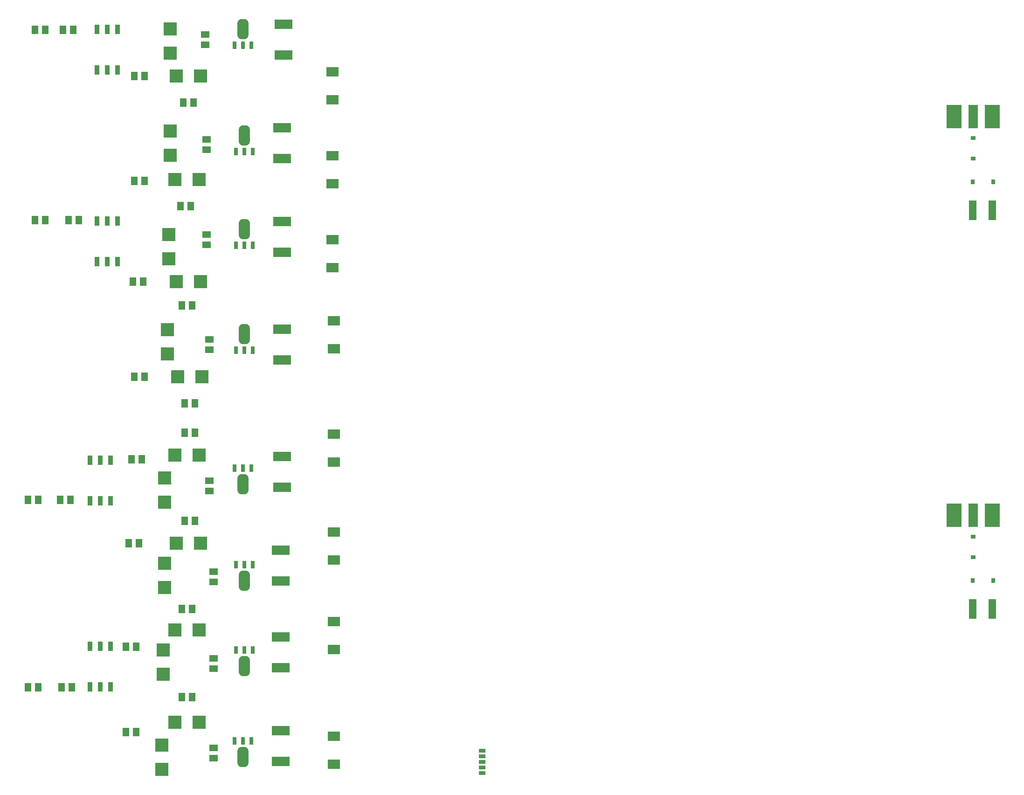
<source format=gtp>
G75*
%MOIN*%
%OFA0B0*%
%FSLAX25Y25*%
%IPPOS*%
%LPD*%
%AMOC8*
5,1,8,0,0,1.08239X$1,22.5*
%
%ADD10R,0.05118X0.05906*%
%ADD11R,0.03500X0.06600*%
%ADD12R,0.12598X0.07087*%
%ADD13R,0.03150X0.05512*%
%ADD14C,0.06000*%
%ADD15R,0.08661X0.07087*%
%ADD16R,0.09449X0.09449*%
%ADD17R,0.05906X0.05118*%
%ADD18R,0.05000X0.02500*%
%ADD19R,0.03543X0.03150*%
%ADD20R,0.07000X0.16500*%
%ADD21R,0.10500X0.16500*%
%ADD22R,0.03150X0.03543*%
%ADD23R,0.05500X0.14000*%
D10*
X0151060Y0113800D03*
X0158540Y0113800D03*
X0175060Y0113800D03*
X0182540Y0113800D03*
X0221060Y0142800D03*
X0228540Y0142800D03*
X0261060Y0169800D03*
X0268540Y0169800D03*
X0230540Y0216800D03*
X0223060Y0216800D03*
X0181540Y0247800D03*
X0174060Y0247800D03*
X0158540Y0247800D03*
X0151060Y0247800D03*
X0225060Y0276800D03*
X0232540Y0276800D03*
X0263060Y0295800D03*
X0270540Y0295800D03*
X0270540Y0316800D03*
X0263060Y0316800D03*
X0234540Y0335800D03*
X0227060Y0335800D03*
X0261060Y0386800D03*
X0268540Y0386800D03*
X0233540Y0403800D03*
X0226060Y0403800D03*
X0187540Y0447800D03*
X0180060Y0447800D03*
X0163540Y0447800D03*
X0156060Y0447800D03*
X0227060Y0475800D03*
X0234540Y0475800D03*
X0260060Y0457800D03*
X0267540Y0457800D03*
X0269540Y0531800D03*
X0262060Y0531800D03*
X0234540Y0550800D03*
X0227060Y0550800D03*
X0183540Y0583800D03*
X0176060Y0583800D03*
X0163540Y0583800D03*
X0156060Y0583800D03*
X0263060Y0232800D03*
X0270540Y0232800D03*
X0268540Y0106800D03*
X0261060Y0106800D03*
X0228540Y0081800D03*
X0221060Y0081800D03*
D11*
X0210100Y0114250D03*
X0202800Y0114250D03*
X0195500Y0114250D03*
X0195500Y0143350D03*
X0202800Y0143350D03*
X0210100Y0143350D03*
X0210100Y0247250D03*
X0202800Y0247250D03*
X0195500Y0247250D03*
X0195500Y0276350D03*
X0202800Y0276350D03*
X0210100Y0276350D03*
X0207800Y0418250D03*
X0215100Y0418250D03*
X0200500Y0418250D03*
X0200500Y0447350D03*
X0207800Y0447350D03*
X0215100Y0447350D03*
X0215100Y0555250D03*
X0207800Y0555250D03*
X0200500Y0555250D03*
X0200500Y0584350D03*
X0207800Y0584350D03*
X0215100Y0584350D03*
D12*
X0333800Y0587824D03*
X0333800Y0565776D03*
X0332800Y0513824D03*
X0332800Y0491776D03*
X0332800Y0446824D03*
X0332800Y0424776D03*
X0332800Y0369824D03*
X0332800Y0347776D03*
X0332800Y0278824D03*
X0332800Y0256776D03*
X0331800Y0211824D03*
X0331800Y0189776D03*
X0331800Y0149824D03*
X0331800Y0127776D03*
X0331800Y0082824D03*
X0331800Y0060776D03*
D13*
X0310702Y0075599D03*
X0304800Y0075595D03*
X0298898Y0075599D03*
X0299898Y0140599D03*
X0305800Y0140595D03*
X0311702Y0140599D03*
X0311702Y0201599D03*
X0305800Y0201595D03*
X0299898Y0201599D03*
X0298898Y0270599D03*
X0304800Y0270595D03*
X0310702Y0270599D03*
X0311702Y0355001D03*
X0305800Y0355005D03*
X0299898Y0355001D03*
X0299898Y0430001D03*
X0305800Y0430005D03*
X0311702Y0430001D03*
X0311702Y0497001D03*
X0305800Y0497005D03*
X0299898Y0497001D03*
X0298898Y0573001D03*
X0304800Y0573005D03*
X0310702Y0573001D03*
D14*
X0305800Y0580316D02*
X0303800Y0580316D01*
X0303800Y0588686D01*
X0305800Y0588686D01*
X0305800Y0580316D01*
X0305800Y0586315D02*
X0303800Y0586315D01*
X0304800Y0504316D02*
X0306800Y0504316D01*
X0304800Y0504316D02*
X0304800Y0512686D01*
X0306800Y0512686D01*
X0306800Y0504316D01*
X0306800Y0510315D02*
X0304800Y0510315D01*
X0304800Y0437316D02*
X0306800Y0437316D01*
X0304800Y0437316D02*
X0304800Y0445686D01*
X0306800Y0445686D01*
X0306800Y0437316D01*
X0306800Y0443315D02*
X0304800Y0443315D01*
X0304800Y0362316D02*
X0306800Y0362316D01*
X0304800Y0362316D02*
X0304800Y0370686D01*
X0306800Y0370686D01*
X0306800Y0362316D01*
X0306800Y0368315D02*
X0304800Y0368315D01*
X0303800Y0263284D02*
X0305800Y0263284D01*
X0305800Y0254914D01*
X0303800Y0254914D01*
X0303800Y0263284D01*
X0303800Y0260913D02*
X0305800Y0260913D01*
X0304800Y0194284D02*
X0306800Y0194284D01*
X0306800Y0185914D01*
X0304800Y0185914D01*
X0304800Y0194284D01*
X0304800Y0191913D02*
X0306800Y0191913D01*
X0306800Y0133284D02*
X0304800Y0133284D01*
X0306800Y0133284D02*
X0306800Y0124914D01*
X0304800Y0124914D01*
X0304800Y0133284D01*
X0304800Y0130913D02*
X0306800Y0130913D01*
X0305800Y0068284D02*
X0303800Y0068284D01*
X0305800Y0068284D02*
X0305800Y0059914D01*
X0303800Y0059914D01*
X0303800Y0068284D01*
X0303800Y0065913D02*
X0305800Y0065913D01*
D15*
X0369800Y0058761D03*
X0369800Y0078839D03*
X0369800Y0140761D03*
X0369800Y0160839D03*
X0369800Y0204761D03*
X0369800Y0224839D03*
X0369800Y0274761D03*
X0369800Y0294839D03*
X0369800Y0355761D03*
X0369800Y0375839D03*
X0368800Y0413761D03*
X0368800Y0433839D03*
X0368800Y0473761D03*
X0368800Y0493839D03*
X0368800Y0533761D03*
X0368800Y0553839D03*
D16*
X0274461Y0550800D03*
X0257139Y0550800D03*
X0252800Y0567139D03*
X0252800Y0584461D03*
X0252800Y0511461D03*
X0252800Y0494139D03*
X0256139Y0476800D03*
X0273461Y0476800D03*
X0251800Y0437461D03*
X0251800Y0420139D03*
X0257139Y0403800D03*
X0274461Y0403800D03*
X0250800Y0369461D03*
X0250800Y0352139D03*
X0258139Y0335800D03*
X0275461Y0335800D03*
X0273461Y0279800D03*
X0256139Y0279800D03*
X0248800Y0263461D03*
X0248800Y0246139D03*
X0257139Y0216800D03*
X0274461Y0216800D03*
X0248800Y0202461D03*
X0248800Y0185139D03*
X0256139Y0154800D03*
X0247800Y0140461D03*
X0247800Y0123139D03*
X0256139Y0088800D03*
X0273461Y0088800D03*
X0246800Y0072461D03*
X0246800Y0055139D03*
X0273461Y0154800D03*
D17*
X0283800Y0134540D03*
X0283800Y0127060D03*
X0283800Y0070540D03*
X0283800Y0063060D03*
X0283800Y0189060D03*
X0283800Y0196540D03*
X0280800Y0254060D03*
X0280800Y0261540D03*
X0280800Y0355060D03*
X0280800Y0362540D03*
X0278800Y0430060D03*
X0278800Y0437540D03*
X0278800Y0498060D03*
X0278800Y0505540D03*
X0277800Y0573060D03*
X0277800Y0580540D03*
D18*
X0475700Y0068400D03*
X0475700Y0064500D03*
X0475700Y0060500D03*
X0475700Y0056700D03*
X0475700Y0052700D03*
D19*
X0826800Y0207017D03*
X0826800Y0221583D03*
X0826800Y0492017D03*
X0826800Y0506583D03*
D20*
X0826800Y0521972D03*
X0826800Y0236972D03*
D21*
X0813042Y0236972D03*
X0840558Y0236972D03*
X0840558Y0521972D03*
X0813042Y0521972D03*
D22*
X0826517Y0475300D03*
X0841083Y0475300D03*
X0841083Y0190300D03*
X0826517Y0190300D03*
D23*
X0826300Y0169800D03*
X0840300Y0169800D03*
X0840300Y0454800D03*
X0826300Y0454800D03*
M02*

</source>
